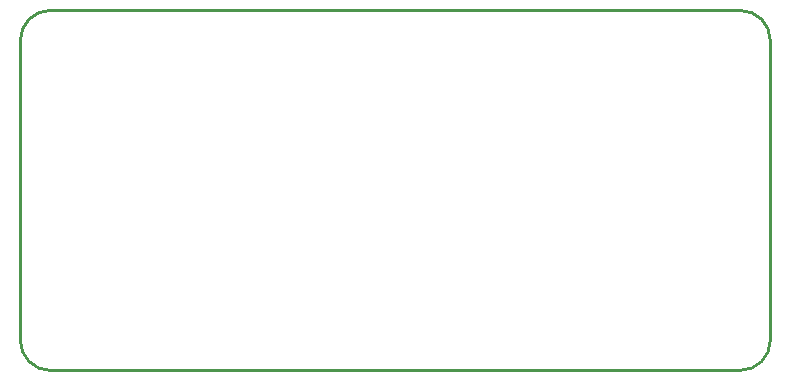
<source format=gm1>
G04*
G04 #@! TF.GenerationSoftware,Altium Limited,Altium Designer,21.6.4 (81)*
G04*
G04 Layer_Color=16711935*
%FSLAX25Y25*%
%MOIN*%
G70*
G04*
G04 #@! TF.SameCoordinates,CDACAC81-B456-474A-B871-3F5FD81D5149*
G04*
G04*
G04 #@! TF.FilePolarity,Positive*
G04*
G01*
G75*
%ADD13C,0.01000*%
D13*
X240000Y0D02*
G03*
X250000Y10000I0J10000D01*
G01*
Y110000D02*
G03*
X240000Y120000I-10000J0D01*
G01*
X0Y10000D02*
G03*
X10000Y0I10000J0D01*
G01*
Y120000D02*
G03*
X0Y110000I0J-10000D01*
G01*
Y10000D02*
Y110000D01*
X10000Y0D02*
X240000D01*
X250000Y10000D02*
Y110000D01*
X10000Y120000D02*
X240000D01*
M02*

</source>
